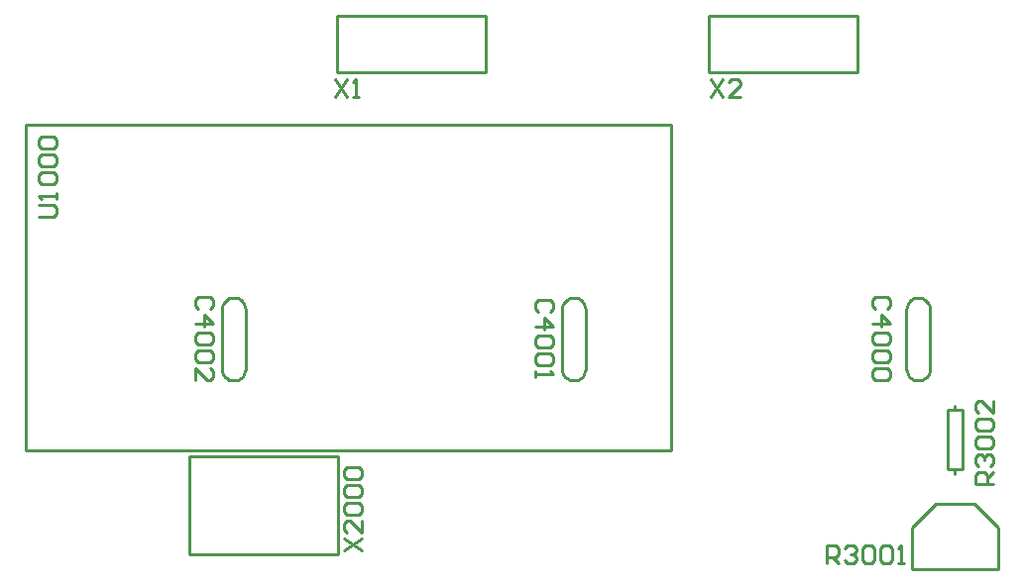
<source format=gto>
G04*
G04 #@! TF.GenerationSoftware,Altium Limited,Altium Designer,20.0.13 (296)*
G04*
G04 Layer_Color=65535*
%FSLAX25Y25*%
%MOIN*%
G70*
G01*
G75*
%ADD10C,0.01000*%
D10*
X308659Y91933D02*
X308543Y92891D01*
X308201Y93792D01*
X307653Y94586D01*
X306931Y95225D01*
X306078Y95673D01*
X305141Y95904D01*
X304177D01*
X303241Y95673D01*
X302387Y95225D01*
X301665Y94586D01*
X301117Y93792D01*
X300776Y92891D01*
X300659Y91933D01*
Y71933D02*
X300776Y70976D01*
X301117Y70074D01*
X301665Y69281D01*
X302387Y68641D01*
X303241Y68193D01*
X304177Y67962D01*
X305141D01*
X306078Y68193D01*
X306931Y68641D01*
X307653Y69281D01*
X308201Y70074D01*
X308543Y70976D01*
X308659Y71933D01*
X70502D02*
X70618Y70976D01*
X70960Y70074D01*
X71508Y69281D01*
X72229Y68641D01*
X73083Y68193D01*
X74020Y67962D01*
X74984D01*
X75920Y68193D01*
X76774Y68641D01*
X77496Y69281D01*
X78044Y70074D01*
X78386Y70976D01*
X78502Y71933D01*
Y91933D02*
X78386Y92891D01*
X78044Y93792D01*
X77496Y94586D01*
X76774Y95225D01*
X75920Y95673D01*
X74984Y95904D01*
X74020D01*
X73083Y95673D01*
X72229Y95225D01*
X71508Y94586D01*
X70960Y93792D01*
X70618Y92891D01*
X70502Y91933D01*
X184852Y71933D02*
X184968Y70976D01*
X185310Y70074D01*
X185858Y69281D01*
X186580Y68641D01*
X187434Y68193D01*
X188370Y67962D01*
X189334D01*
X190271Y68193D01*
X191124Y68641D01*
X191846Y69281D01*
X192394Y70074D01*
X192736Y70976D01*
X192852Y71933D01*
Y91933D02*
X192736Y92891D01*
X192394Y93792D01*
X191846Y94586D01*
X191124Y95225D01*
X190271Y95673D01*
X189334Y95904D01*
X188370D01*
X187434Y95673D01*
X186580Y95225D01*
X185858Y94586D01*
X185310Y93792D01*
X184968Y92891D01*
X184852Y91933D01*
X308659Y71933D02*
Y91933D01*
X300659Y71933D02*
Y91933D01*
X316929Y36492D02*
Y37992D01*
X314429D02*
X316929D01*
X314429D02*
Y57992D01*
X319429D01*
Y37992D02*
Y57992D01*
X316929Y37992D02*
X319429D01*
X316929Y57992D02*
Y59492D01*
X234272Y190937D02*
X284272D01*
Y171937D02*
Y190937D01*
X234272Y171937D02*
X284272D01*
X234272D02*
Y190937D01*
X109272D02*
X159272D01*
Y171937D02*
Y190937D01*
X109272Y171937D02*
X159272D01*
X109272D02*
Y190937D01*
X4626Y44291D02*
X221626D01*
X4626D02*
Y154134D01*
X221626D01*
Y44291D02*
Y154134D01*
X310587Y26311D02*
X323587D01*
X331587Y18311D01*
Y7311D02*
Y18311D01*
Y4311D02*
Y7311D01*
X302587Y18311D02*
X310587Y26311D01*
X302587Y8311D02*
Y18311D01*
Y4311D02*
X331587D01*
X302587D02*
Y8311D01*
X59646Y42402D02*
X109646D01*
X59646Y9402D02*
Y42402D01*
X109646Y9402D02*
Y42402D01*
X59646Y9402D02*
X109646D01*
X70502Y71933D02*
Y91933D01*
X78502Y71933D02*
Y91933D01*
X184852Y71933D02*
Y91933D01*
X192852Y71933D02*
Y91933D01*
X111647Y10906D02*
X117645Y14905D01*
X111647D02*
X117645Y10906D01*
Y20903D02*
Y16904D01*
X113646Y20903D01*
X112646D01*
X111647Y19903D01*
Y17904D01*
X112646Y16904D01*
Y22902D02*
X111647Y23902D01*
Y25901D01*
X112646Y26901D01*
X116645D01*
X117645Y25901D01*
Y23902D01*
X116645Y22902D01*
X112646D01*
Y28900D02*
X111647Y29900D01*
Y31899D01*
X112646Y32899D01*
X116645D01*
X117645Y31899D01*
Y29900D01*
X116645Y28900D01*
X112646D01*
Y34898D02*
X111647Y35898D01*
Y37897D01*
X112646Y38897D01*
X116645D01*
X117645Y37897D01*
Y35898D01*
X116645Y34898D01*
X112646D01*
X235002Y169436D02*
X239000Y163438D01*
Y169436D02*
X235002Y163438D01*
X244998D02*
X241000D01*
X244998Y167437D01*
Y168436D01*
X243999Y169436D01*
X241999D01*
X241000Y168436D01*
X108501Y169436D02*
X112500Y163438D01*
Y169436D02*
X108501Y163438D01*
X114499D02*
X116499D01*
X115499D01*
Y169436D01*
X114499Y168436D01*
X8832Y123217D02*
X13830D01*
X14830Y124217D01*
Y126216D01*
X13830Y127216D01*
X8832D01*
X14830Y129215D02*
Y131214D01*
Y130215D01*
X8832D01*
X9831Y129215D01*
Y134213D02*
X8832Y135213D01*
Y137212D01*
X9831Y138212D01*
X13830D01*
X14830Y137212D01*
Y135213D01*
X13830Y134213D01*
X9831D01*
Y140211D02*
X8832Y141211D01*
Y143210D01*
X9831Y144210D01*
X13830D01*
X14830Y143210D01*
Y141211D01*
X13830Y140211D01*
X9831D01*
Y146210D02*
X8832Y147209D01*
Y149208D01*
X9831Y150208D01*
X13830D01*
X14830Y149208D01*
Y147209D01*
X13830Y146210D01*
X9831D01*
X329771Y33249D02*
X323773D01*
Y36248D01*
X324772Y37247D01*
X326772D01*
X327771Y36248D01*
Y33249D01*
Y35248D02*
X329771Y37247D01*
X324772Y39247D02*
X323773Y40246D01*
Y42246D01*
X324772Y43245D01*
X325772D01*
X326772Y42246D01*
Y41246D01*
Y42246D01*
X327771Y43245D01*
X328771D01*
X329771Y42246D01*
Y40246D01*
X328771Y39247D01*
X324772Y45245D02*
X323773Y46244D01*
Y48244D01*
X324772Y49244D01*
X328771D01*
X329771Y48244D01*
Y46244D01*
X328771Y45245D01*
X324772D01*
Y51243D02*
X323773Y52242D01*
Y54242D01*
X324772Y55242D01*
X328771D01*
X329771Y54242D01*
Y52242D01*
X328771Y51243D01*
X324772D01*
X329771Y61240D02*
Y57241D01*
X325772Y61240D01*
X324772D01*
X323773Y60240D01*
Y58240D01*
X324772Y57241D01*
X274091Y6312D02*
Y12310D01*
X277090D01*
X278089Y11310D01*
Y9311D01*
X277090Y8311D01*
X274091D01*
X276090D02*
X278089Y6312D01*
X280089Y11310D02*
X281089Y12310D01*
X283088D01*
X284088Y11310D01*
Y10311D01*
X283088Y9311D01*
X282088D01*
X283088D01*
X284088Y8311D01*
Y7312D01*
X283088Y6312D01*
X281089D01*
X280089Y7312D01*
X286087Y11310D02*
X287087Y12310D01*
X289086D01*
X290086Y11310D01*
Y7312D01*
X289086Y6312D01*
X287087D01*
X286087Y7312D01*
Y11310D01*
X292085D02*
X293085Y12310D01*
X295084D01*
X296084Y11310D01*
Y7312D01*
X295084Y6312D01*
X293085D01*
X292085Y7312D01*
Y11310D01*
X298083Y6312D02*
X300082D01*
X299083D01*
Y12310D01*
X298083Y11310D01*
X66468Y91965D02*
X67467Y92965D01*
Y94964D01*
X66468Y95964D01*
X62469D01*
X61470Y94964D01*
Y92965D01*
X62469Y91965D01*
X61470Y86967D02*
X67467D01*
X64468Y89966D01*
Y85967D01*
X66468Y83968D02*
X67467Y82968D01*
Y80969D01*
X66468Y79969D01*
X62469D01*
X61470Y80969D01*
Y82968D01*
X62469Y83968D01*
X66468D01*
Y77970D02*
X67467Y76970D01*
Y74971D01*
X66468Y73971D01*
X62469D01*
X61470Y74971D01*
Y76970D01*
X62469Y77970D01*
X66468D01*
X61470Y67973D02*
Y71972D01*
X65468Y67973D01*
X66468D01*
X67467Y68973D01*
Y70972D01*
X66468Y71972D01*
X180818Y90966D02*
X181818Y91965D01*
Y93965D01*
X180818Y94964D01*
X176820D01*
X175820Y93965D01*
Y91965D01*
X176820Y90966D01*
X175820Y85967D02*
X181818D01*
X178819Y88966D01*
Y84967D01*
X180818Y82968D02*
X181818Y81968D01*
Y79969D01*
X180818Y78969D01*
X176820D01*
X175820Y79969D01*
Y81968D01*
X176820Y82968D01*
X180818D01*
Y76970D02*
X181818Y75970D01*
Y73971D01*
X180818Y72971D01*
X176820D01*
X175820Y73971D01*
Y75970D01*
X176820Y76970D01*
X180818D01*
X175820Y70972D02*
Y68973D01*
Y69972D01*
X181818D01*
X180818Y70972D01*
X294125Y91965D02*
X295125Y92965D01*
Y94964D01*
X294125Y95964D01*
X290127D01*
X289127Y94964D01*
Y92965D01*
X290127Y91965D01*
X289127Y86967D02*
X295125D01*
X292126Y89966D01*
Y85967D01*
X294125Y83968D02*
X295125Y82968D01*
Y80969D01*
X294125Y79969D01*
X290127D01*
X289127Y80969D01*
Y82968D01*
X290127Y83968D01*
X294125D01*
Y77970D02*
X295125Y76970D01*
Y74971D01*
X294125Y73971D01*
X290127D01*
X289127Y74971D01*
Y76970D01*
X290127Y77970D01*
X294125D01*
Y71972D02*
X295125Y70972D01*
Y68973D01*
X294125Y67973D01*
X290127D01*
X289127Y68973D01*
Y70972D01*
X290127Y71972D01*
X294125D01*
M02*

</source>
